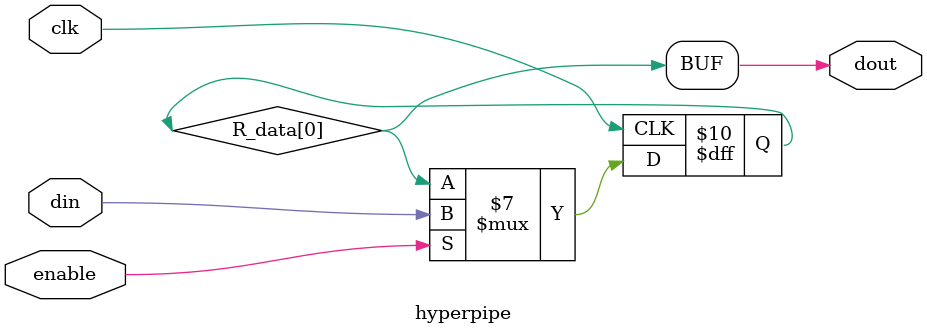
<source format=v>
module hyperpipe 
#(
    parameter CYCLES = 1,
    parameter WIDTH = 1 
) 
(
	input clk,
    input enable,
	input [WIDTH-1:0] din,
	output [WIDTH-1:0] dout
);

    localparam CYCLES_ = CYCLES == 0 ? 1 : CYCLES;      //fix when CYCLES == 0

		integer i;
		reg [WIDTH-1:0] R_data [CYCLES_-1:0];
        
		always @ (posedge clk) 
            if(enable) begin   
		    	R_data[0] <= din;      
		    	for(i = 1; i < CYCLES; i = i + 1) 
                	R_data[i] <= R_data[i-1];
		    end
		assign dout = CYCLES == 0 ? din : R_data[CYCLES_-1];

endmodule

</source>
